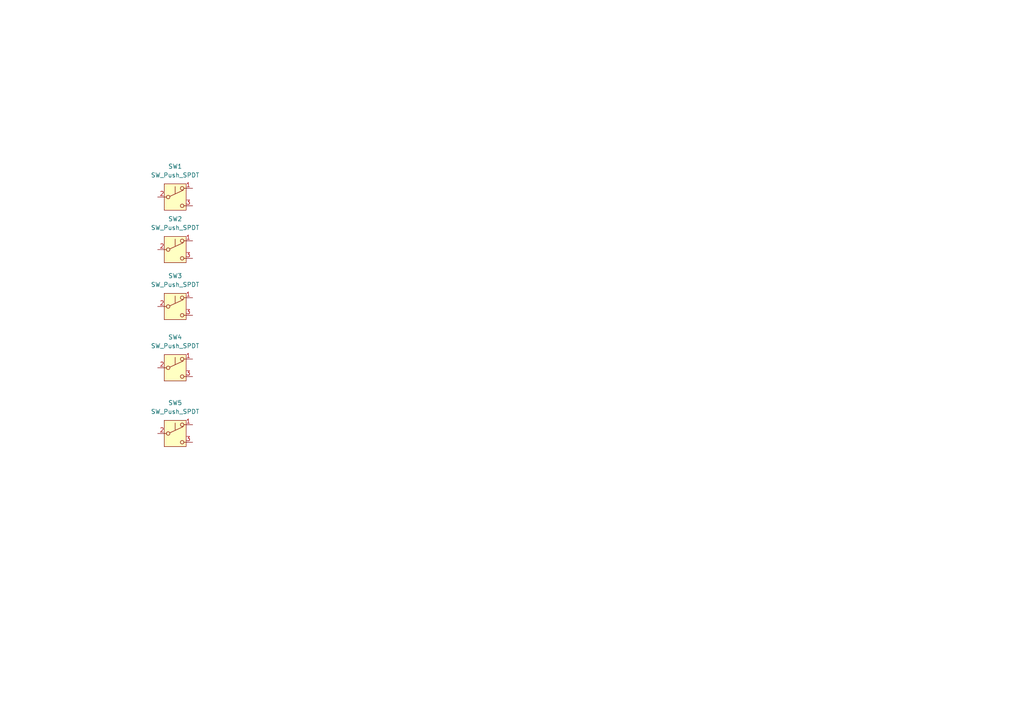
<source format=kicad_sch>
(kicad_sch (version 20231120) (generator "eeschema") (generator_version "8.0")
  (paper "A4")
  (title_block (title "Robot Smart Home Controller Mainboard") (date "2024-11-22") (rev "0.1.0") (company "Hybrid Robotix"))
  (lib_symbols
    (symbol "Switch:SW_Push_SPDT" (pin_names (offset 0) hide)
      (property "Reference" "SW" (at 0 5.08 0))
      (property "Value" "SW_Push_SPDT" (at 0 -5.08 0))
      (symbol "SW_Push_SPDT_0_0"
        (circle (center -2.032 0) (radius 0.508))
        (polyline (pts (xy 0 1.016) (xy 0 3.048)))
        (circle (center 2.032 -2.54) (radius 0.508))
      )
      (symbol "SW_Push_SPDT_0_1"
        (polyline (pts (xy -1.524 0.2032) (xy 2.3368 1.9812)))
        (circle (center 2.032 2.54) (radius 0.508))
      )
      (symbol "SW_Push_SPDT_1_1"
        (rectangle (start -3.175 3.81) (end 3.175 -3.81) (fill (type background)))
        (pin passive line (at 5.08 2.54 180) (length 2.54) (name "A") (number "1"))
        (pin passive line (at -5.08 0 0) (length 2.54) (name "B") (number "2"))
        (pin passive line (at 5.08 -2.54 180) (length 2.54) (name "C") (number "3"))
      )
    )
  )
  (symbol (lib_id "Switch:SW_Push_SPDT") (at 50.8 125.73 0) (unit 1)
    (property "Reference" "SW5" (at 50.8 116.84 0))
    (property "Value" "SW_Push_SPDT" (at 50.8 119.38 0))
    (property "Description" "Momentary Switch, single pole double throw" (effects (hide yes)))
  )
  (symbol (lib_id "Switch:SW_Push_SPDT") (at 50.8 57.15 0) (unit 1)
    (property "Reference" "SW1" (at 50.8 48.26 0))
    (property "Value" "SW_Push_SPDT" (at 50.8 50.8 0))
    (property "Description" "Momentary Switch, single pole double throw" (effects (hide yes)))
  )
  (symbol (lib_id "Switch:SW_Push_SPDT") (at 50.8 72.39 0) (unit 1)
    (property "Reference" "SW2" (at 50.8 63.5 0))
    (property "Value" "SW_Push_SPDT" (at 50.8 66.04 0))
    (property "Description" "Momentary Switch, single pole double throw" (effects (hide yes)))
  )
  (symbol (lib_id "Switch:SW_Push_SPDT") (at 50.8 106.68 0) (unit 1)
    (property "Reference" "SW4" (at 50.8 97.79 0))
    (property "Value" "SW_Push_SPDT" (at 50.8 100.33 0))
    (property "Description" "Momentary Switch, single pole double throw" (effects (hide yes)))
  )
  (symbol (lib_id "Switch:SW_Push_SPDT") (at 50.8 88.9 0) (unit 1)
    (property "Reference" "SW3" (at 50.8 80.01 0))
    (property "Value" "SW_Push_SPDT" (at 50.8 82.55 0))
    (property "Description" "Momentary Switch, single pole double throw" (effects (hide yes)))
  )
)
</source>
